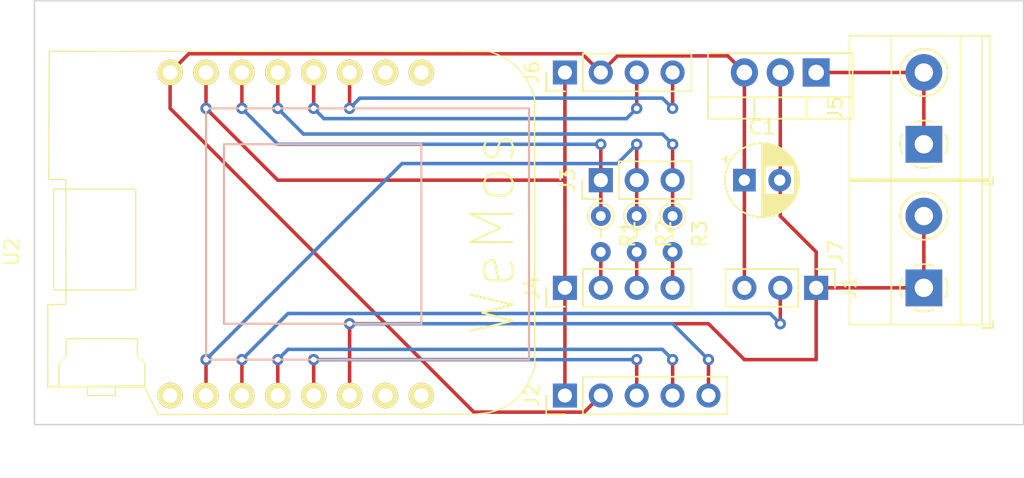
<source format=kicad_pcb>
(kicad_pcb (version 20221018) (generator pcbnew)
  (layers (0 "F.Cu" signal) (31 "B.Cu" signal) (34 "B.Paste" user) (35 "F.Paste" user) (36 "B.SilkS" user "B.Silkscreen") (37 "F.SilkS" user "F.Silkscreen") (38 "B.Mask" user) (39 "F.Mask" user) (44 "Edge.Cuts" user))
  (net 0 "")
  (net 1 "+5V")
  (net 2 "GND")
  (net 3 "DATA")
  (net 4 "SW")
  (net 5 "DT")
  (net 6 "CLK")
  (net 7 "F_A")
  (net 8 "F_H")
  (net 9 "H")
  (net 10 "+12V")
  (net 11 "SDA")
  (net 12 "SLC")
  (net 18 "Net-(J4-Pin_2)")
  (net 19 "Net-(J4-Pin_3)")
  (net 20 "Net-(J4-Pin_4)")
  (footprint "Connector_PinHeader_2.54mm:PinHeader_1x03_P2.54mm_Vertical" (layer "F.Cu") (at 144.78 73.66 -90)
    (fp_text reference "J1" (at 0 -2.33 90) (layer "F.SilkS"))
    (fp_text value "DHT")
    (fp_line (start -1.33 -1.33) (end 0 -1.33) (stroke (width 0.12)) (layer "F.SilkS"))
    (fp_line (start -1.33 0) (end -1.33 -1.33) (stroke (width 0.12)) (layer "F.SilkS"))
    (fp_line (start -1.33 1.27) (end -1.33 6.41) (stroke (width 0.12)) (layer "F.SilkS"))
    (fp_line (start -1.33 1.27) (end 1.33 1.27) (stroke (width 0.12)) (layer "F.SilkS"))
    (fp_line (start -1.33 6.41) (end 1.33 6.41) (stroke (width 0.12)) (layer "F.SilkS"))
    (fp_line (start 1.33 1.27) (end 1.33 6.41) (stroke (width 0.12)) (layer "F.SilkS"))
    (pad "1" thru_hole rect (at 0 0 270) (size 1.7 1.7) (drill 1) (layers "*.Cu" "*.Mask") (net 2 "GND"))
    (pad "2" thru_hole oval (at 0 2.54 270) (size 1.7 1.7) (drill 1) (layers "*.Cu" "*.Mask") (net 3 "DATA"))
    (pad "3" thru_hole oval (at 0 5.08 270) (size 1.7 1.7) (drill 1) (layers "*.Cu" "*.Mask") (net 1 "+5V"))
  )
  (footprint "Resistor_THT:R_Axial_DIN0204_L3.6mm_D1.6mm_P2.54mm_Vertical" (layer "F.Cu") (at 129.54 68.58 -90)
    (fp_text reference "R1" (at 1.27 -1.92 90) (layer "F.SilkS"))
    (fp_text value "100")
    (fp_line (start 0.92 0) (end 1.54 0) (stroke (width 0.12)) (layer "F.SilkS"))
    (fp_circle (center 0 0) (end 0.92 0) (stroke (width 0.12)) (fill none) (layer "F.SilkS"))
    (pad "1" thru_hole circle (at 0 0 270) (size 1.4 1.4) (drill 0.7) (layers "*.Cu" "*.Mask") (net 7 "F_A"))
    (pad "2" thru_hole oval (at 2.54 0 270) (size 1.4 1.4) (drill 0.7) (layers "*.Cu" "*.Mask") (net 18 "Net-(J4-Pin_2)"))
  )
  (footprint "Connector_PinHeader_2.54mm:PinHeader_1x03_P2.54mm_Vertical" (layer "F.Cu") (at 129.54 66.04 90)
    (fp_text reference "J3" (at 0 -2.33 90) (layer "F.SilkS"))
    (fp_text value "MOSFET")
    (fp_line (start -1.33 -1.33) (end 0 -1.33) (stroke (width 0.12)) (layer "F.SilkS"))
    (fp_line (start -1.33 0) (end -1.33 -1.33) (stroke (width 0.12)) (layer "F.SilkS"))
    (fp_line (start -1.33 1.27) (end -1.33 6.41) (stroke (width 0.12)) (layer "F.SilkS"))
    (fp_line (start -1.33 1.27) (end 1.33 1.27) (stroke (width 0.12)) (layer "F.SilkS"))
    (fp_line (start -1.33 6.41) (end 1.33 6.41) (stroke (width 0.12)) (layer "F.SilkS"))
    (fp_line (start 1.33 1.27) (end 1.33 6.41) (stroke (width 0.12)) (layer "F.SilkS"))
    (pad "1" thru_hole rect (at 0 0 90) (size 1.7 1.7) (drill 1) (layers "*.Cu" "*.Mask") (net 7 "F_A"))
    (pad "2" thru_hole oval (at 0 2.54 90) (size 1.7 1.7) (drill 1) (layers "*.Cu" "*.Mask") (net 9 "H"))
    (pad "3" thru_hole oval (at 0 5.08 90) (size 1.7 1.7) (drill 1) (layers "*.Cu" "*.Mask") (net 8 "F_H"))
  )
  (footprint "Connector_PinHeader_2.54mm:PinHeader_1x04_P2.54mm_Vertical" (layer "F.Cu") (at 127 58.42 90)
    (fp_text reference "J6" (at 0 -2.33 90) (layer "F.SilkS"))
    (fp_text value "Display")
    (fp_line (start -1.33 -1.33) (end 0 -1.33) (stroke (width 0.12)) (layer "F.SilkS"))
    (fp_line (start -1.33 0) (end -1.33 -1.33) (stroke (width 0.12)) (layer "F.SilkS"))
    (fp_line (start -1.33 1.27) (end -1.33 8.95) (stroke (width 0.12)) (layer "F.SilkS"))
    (fp_line (start -1.33 1.27) (end 1.33 1.27) (stroke (width 0.12)) (layer "F.SilkS"))
    (fp_line (start -1.33 8.95) (end 1.33 8.95) (stroke (width 0.12)) (layer "F.SilkS"))
    (fp_line (start 1.33 1.27) (end 1.33 8.95) (stroke (width 0.12)) (layer "F.SilkS"))
    (pad "1" thru_hole rect (at 0 0 90) (size 1.7 1.7) (drill 1) (layers "*.Cu" "*.Mask") (net 2 "GND"))
    (pad "2" thru_hole oval (at 0 2.54 90) (size 1.7 1.7) (drill 1) (layers "*.Cu" "*.Mask") (net 1 "+5V"))
    (pad "3" thru_hole oval (at 0 5.08 90) (size 1.7 1.7) (drill 1) (layers "*.Cu" "*.Mask") (net 11 "SDA"))
    (pad "4" thru_hole oval (at 0 7.62 90) (size 1.7 1.7) (drill 1) (layers "*.Cu" "*.Mask") (net 12 "SLC"))
  )
  (footprint "Resistor_THT:R_Axial_DIN0204_L3.6mm_D1.6mm_P2.54mm_Vertical" (layer "F.Cu") (at 132.08 68.58 -90)
    (fp_text reference "R2" (at 1.27 -1.92 90) (layer "F.SilkS"))
    (fp_text value "100")
    (fp_line (start 0.92 0) (end 1.54 0) (stroke (width 0.12)) (layer "F.SilkS"))
    (fp_circle (center 0 0) (end 0.92 0) (stroke (width 0.12)) (fill none) (layer "F.SilkS"))
    (pad "1" thru_hole circle (at 0 0 270) (size 1.4 1.4) (drill 0.7) (layers "*.Cu" "*.Mask") (net 9 "H"))
    (pad "2" thru_hole oval (at 2.54 0 270) (size 1.4 1.4) (drill 0.7) (layers "*.Cu" "*.Mask") (net 19 "Net-(J4-Pin_3)"))
  )
  (footprint "Package_TO_SOT_THT:TO-220-3_Vertical" (layer "F.Cu") (at 144.78 58.42 180)
    (fp_text reference "U1" hide)
    (fp_text value "LM7805_TO220")
    (fp_line (start -2.58 -3.27) (end -2.58 1.371) (stroke (width 0.12)) (layer "F.SilkS"))
    (fp_line (start -2.58 -3.27) (end 7.66 -3.27) (stroke (width 0.12)) (layer "F.SilkS"))
    (fp_line (start -2.58 -1.76) (end 7.66 -1.76) (stroke (width 0.12)) (layer "F.SilkS"))
    (fp_line (start -2.58 1.371) (end 7.66 1.371) (stroke (width 0.12)) (layer "F.SilkS"))
    (fp_line (start 0.69 -3.27) (end 0.69 -1.76) (stroke (width 0.12)) (layer "F.SilkS"))
    (fp_line (start 4.391 -3.27) (end 4.391 -1.76) (stroke (width 0.12)) (layer "F.SilkS"))
    (fp_line (start 7.66 -3.27) (end 7.66 1.371) (stroke (width 0.12)) (layer "F.SilkS"))
    (pad "1" thru_hole rect (at 0 0 180) (size 1.905 2) (drill 1.1) (layers "*.Cu" "*.Mask") (net 10 "+12V"))
    (pad "2" thru_hole oval (at 2.54 0 180) (size 1.905 2) (drill 1.1) (layers "*.Cu" "*.Mask") (net 2 "GND"))
    (pad "3" thru_hole oval (at 5.08 0 180) (size 1.905 2) (drill 1.1) (layers "*.Cu" "*.Mask") (net 1 "+5V"))
  )
  (footprint "Resistor_THT:R_Axial_DIN0204_L3.6mm_D1.6mm_P2.54mm_Vertical" (layer "F.Cu") (at 134.62 68.58 -90)
    (fp_text reference "R3" (at 1.27 -1.92 90) (layer "F.SilkS"))
    (fp_text value "100")
    (fp_line (start 0.92 0) (end 1.54 0) (stroke (width 0.12)) (layer "F.SilkS"))
    (fp_circle (center 0 0) (end 0.92 0) (stroke (width 0.12)) (fill none) (layer "F.SilkS"))
    (pad "1" thru_hole circle (at 0 0 270) (size 1.4 1.4) (drill 0.7) (layers "*.Cu" "*.Mask") (net 8 "F_H"))
    (pad "2" thru_hole oval (at 2.54 0 270) (size 1.4 1.4) (drill 0.7) (layers "*.Cu" "*.Mask") (net 20 "Net-(J4-Pin_4)"))
  )
  (footprint "Connector_PinHeader_2.54mm:PinHeader_1x05_P2.54mm_Vertical" (layer "F.Cu") (at 127 81.28 90)
    (fp_text reference "J2" (at 0 -2.33 90) (layer "F.SilkS"))
    (fp_text value "Rotary Encoder")
    (fp_line (start -1.33 -1.33) (end 0 -1.33) (stroke (width 0.12)) (layer "F.SilkS"))
    (fp_line (start -1.33 0) (end -1.33 -1.33) (stroke (width 0.12)) (layer "F.SilkS"))
    (fp_line (start -1.33 1.27) (end -1.33 11.49) (stroke (width 0.12)) (layer "F.SilkS"))
    (fp_line (start -1.33 1.27) (end 1.33 1.27) (stroke (width 0.12)) (layer "F.SilkS"))
    (fp_line (start -1.33 11.49) (end 1.33 11.49) (stroke (width 0.12)) (layer "F.SilkS"))
    (fp_line (start 1.33 1.27) (end 1.33 11.49) (stroke (width 0.12)) (layer "F.SilkS"))
    (pad "1" thru_hole rect (at 0 0 90) (size 1.7 1.7) (drill 1) (layers "*.Cu" "*.Mask") (net 2 "GND"))
    (pad "2" thru_hole oval (at 0 2.54 90) (size 1.7 1.7) (drill 1) (layers "*.Cu" "*.Mask") (net 1 "+5V"))
    (pad "3" thru_hole oval (at 0 5.08 90) (size 1.7 1.7) (drill 1) (layers "*.Cu" "*.Mask") (net 4 "SW"))
    (pad "4" thru_hole oval (at 0 7.62 90) (size 1.7 1.7) (drill 1) (layers "*.Cu" "*.Mask") (net 5 "DT"))
    (pad "5" thru_hole oval (at 0 10.16 90) (size 1.7 1.7) (drill 1) (layers "*.Cu" "*.Mask") (net 6 "CLK"))
  )
  (footprint "Connector_PinHeader_2.54mm:PinHeader_1x04_P2.54mm_Vertical" (layer "F.Cu") (at 127 73.66 90)
    (fp_text reference "J4" (at 0 -2.33 90) (layer "F.SilkS"))
    (fp_text value "LED")
    (fp_line (start -1.33 -1.33) (end 0 -1.33) (stroke (width 0.12)) (layer "F.SilkS"))
    (fp_line (start -1.33 0) (end -1.33 -1.33) (stroke (width 0.12)) (layer "F.SilkS"))
    (fp_line (start -1.33 1.27) (end -1.33 8.95) (stroke (width 0.12)) (layer "F.SilkS"))
    (fp_line (start -1.33 1.27) (end 1.33 1.27) (stroke (width 0.12)) (layer "F.SilkS"))
    (fp_line (start -1.33 8.95) (end 1.33 8.95) (stroke (width 0.12)) (layer "F.SilkS"))
    (fp_line (start 1.33 1.27) (end 1.33 8.95) (stroke (width 0.12)) (layer "F.SilkS"))
    (pad "1" thru_hole rect (at 0 0 90) (size 1.7 1.7) (drill 1) (layers "*.Cu" "*.Mask") (net 2 "GND"))
    (pad "2" thru_hole oval (at 0 2.54 90) (size 1.7 1.7) (drill 1) (layers "*.Cu" "*.Mask") (net 18 "Net-(J4-Pin_2)"))
    (pad "3" thru_hole oval (at 0 5.08 90) (size 1.7 1.7) (drill 1) (layers "*.Cu" "*.Mask") (net 19 "Net-(J4-Pin_3)"))
    (pad "4" thru_hole oval (at 0 7.62 90) (size 1.7 1.7) (drill 1) (layers "*.Cu" "*.Mask") (net 20 "Net-(J4-Pin_4)"))
  )
  (footprint "TerminalBlock_Phoenix:TerminalBlock_Phoenix_MKDS-1,5-2-5.08_1x02_P5.08mm_Horizontal" (layer "F.Cu") (at 152.4 63.5 90)
    (fp_text reference "J5" (at 2.54 -6.26 90) (layer "F.SilkS"))
    (fp_text value "+12V")
    (fp_line (start -2.84 4.16) (end -2.84 4.9) (stroke (width 0.12)) (layer "F.SilkS"))
    (fp_line (start -2.84 4.9) (end -2.34 4.9) (stroke (width 0.12)) (layer "F.SilkS"))
    (fp_line (start -2.6 -5.261) (end -2.6 4.66) (stroke (width 0.12)) (layer "F.SilkS"))
    (fp_line (start -2.6 -5.261) (end 7.68 -5.261) (stroke (width 0.12)) (layer "F.SilkS"))
    (fp_line (start -2.6 -2.301) (end 7.68 -2.301) (stroke (width 0.12)) (layer "F.SilkS"))
    (fp_line (start -2.6 2.6) (end 7.68 2.6) (stroke (width 0.12)) (layer "F.SilkS"))
    (fp_line (start -2.6 4.1) (end 7.68 4.1) (stroke (width 0.12)) (layer "F.SilkS"))
    (fp_line (start -2.6 4.66) (end 7.68 4.66) (stroke (width 0.12)) (layer "F.SilkS"))
    (fp_line (start 3.853 1.023) (end 3.806 1.069) (stroke (width 0.12)) (layer "F.SilkS"))
    (fp_line (start 4.046 1.239) (end 4.011 1.274) (stroke (width 0.12)) (layer "F.SilkS"))
    (fp_line (start 6.15 -1.275) (end 6.115 -1.239) (stroke (width 0.12)) (layer "F.SilkS"))
    (fp_line (start 6.355 -1.069) (end 6.308 -1.023) (stroke (width 0.12)) (layer "F.SilkS"))
    (fp_line (start 7.68 -5.261) (end 7.68 4.66) (stroke (width 0.12)) (layer "F.SilkS"))
    (fp_arc (start -1.535427 0.683042) (mid -1.680501 -0.000524) (end -1.535 -0.684) (stroke (width 0.12)) (layer "F.SilkS"))
    (fp_arc (start -0.683042 -1.535427) (mid 0.000524 -1.680501) (end 0.684 -1.535) (stroke (width 0.12)) (layer "F.SilkS"))
    (fp_arc (start 0.028805 1.680253) (mid -0.335551 1.646659) (end -0.684 1.535) (stroke (width 0.12)) (layer "F.SilkS"))
    (fp_arc (start 0.683318 1.534756) (mid 0.349292 1.643288) (end 0 1.68) (stroke (width 0.12)) (layer "F.SilkS"))
    (fp_arc (start 1.535427 -0.683042) (mid 1.680501 0.000524) (end 1.535 0.684) (stroke (width 0.12)) (layer "F.SilkS"))
    (fp_circle (center 5.08 0) (end 6.76 0) (stroke (width 0.12)) (fill none) (layer "F.SilkS"))
    (pad "1" thru_hole rect (at 0 0 90) (size 2.6 2.6) (drill 1.3) (layers "*.Cu" "*.Mask") (net 10 "+12V"))
    (pad "2" thru_hole circle (at 5.08 0 90) (size 2.6 2.6) (drill 1.3) (layers "*.Cu" "*.Mask") (net 10 "+12V"))
  )
  (footprint "wemos_d1_mini:D1_mini_board" (layer "F.Cu") (at 106.68 69.85 -90)
    (fp_text reference "U2" (at 1.27 18.81 90) (layer "F.SilkS"))
    (fp_text value "WeMos_mini")
    (fp_text user "WeMos" (at 0 -15.24 90) (layer "F.SilkS") (effects (font (size 3 3))))
    (fp_line (start -8.89 -17.78) (end -8.89 5.08) (stroke (width 0.15)) (layer "B.SilkS"))
    (fp_line (start -8.89 5.08) (end 8.89 5.08) (stroke (width 0.15)) (layer "B.SilkS"))
    (fp_line (start -6.35 -10.16) (end 6.35 -10.16) (stroke (width 0.15)) (layer "B.SilkS"))
    (fp_line (start -6.35 3.81) (end -6.35 -10.16) (stroke (width 0.15)) (layer "B.SilkS"))
    (fp_line (start 6.35 -10.16) (end 6.35 3.81) (stroke (width 0.15)) (layer "B.SilkS"))
    (fp_line (start 6.35 3.81) (end -6.35 3.81) (stroke (width 0.15)) (layer "B.SilkS"))
    (fp_line (start 8.89 -17.78) (end -8.89 -17.78) (stroke (width 0.15)) (layer "B.SilkS"))
    (fp_line (start 8.89 5.08) (end 8.89 -17.78) (stroke (width 0.15)) (layer "B.SilkS"))
    (fp_line (start -12.930193 16.176658) (end -12.916195 -14.993493) (stroke (width 0.1)) (layer "F.SilkS"))
    (fp_line (start -12.916195 -14.993493) (end -12.683384 -15.596286) (stroke (width 0.1)) (layer "F.SilkS"))
    (fp_line (start -12.683384 -15.596286) (end -12.399901 -16.141167) (stroke (width 0.1)) (layer "F.SilkS"))
    (fp_line (start -12.399901 -16.141167) (end -12.065253 -16.627577) (stroke (width 0.1)) (layer "F.SilkS"))
    (fp_line (start -12.065253 -16.627577) (end -11.678953 -17.054952) (stroke (width 0.1)) (layer "F.SilkS"))
    (fp_line (start -11.678953 -17.054952) (end -11.240512 -17.422741) (stroke (width 0.1)) (layer "F.SilkS"))
    (fp_line (start -11.240512 -17.422741) (end -10.74944 -17.730377) (stroke (width 0.1)) (layer "F.SilkS"))
    (fp_line (start -10.74944 -17.730377) (end -10.20525 -17.97731) (stroke (width 0.1)) (layer "F.SilkS"))
    (fp_line (start -10.20525 -17.97731) (end -9.607453 -18.162976) (stroke (width 0.1)) (layer "F.SilkS"))
    (fp_line (start -9.607453 -18.162976) (end 9.43046 -18.191734) (stroke (width 0.1)) (layer "F.SilkS"))
    (fp_line (start -3.851373 15.000483) (end -3.849397 16.202736) (stroke (width 0.1)) (layer "F.SilkS"))
    (fp_line (start -3.849397 16.202736) (end -12.930193 16.176658) (stroke (width 0.1)) (layer "F.SilkS"))
    (fp_line (start -3.17965 10.051451) (end 3.959931 10.051451) (stroke (width 0.1)) (layer "F.SilkS"))
    (fp_line (start -3.17965 15.865188) (end -3.17965 10.051451) (stroke (width 0.1)) (layer "F.SilkS"))
    (fp_line (start 3.959931 10.051451) (end 3.959931 15.865188) (stroke (width 0.1)) (layer "F.SilkS"))
    (fp_line (start 3.959931 15.865188) (end -3.17965 15.865188) (stroke (width 0.1)) (layer "F.SilkS"))
    (fp_line (start 4.979849 14.993795) (end -3.851373 15.000483) (stroke (width 0.1)) (layer "F.SilkS"))
    (fp_line (start 5.00618 16.277228) (end 4.979849 14.993795) (stroke (width 0.1)) (layer "F.SilkS"))
    (fp_line (start 7.40985 9.931515) (end 7.40985 14.993876) (stroke (width 0.1)) (layer "F.SilkS"))
    (fp_line (start 7.40985 14.993876) (end 8.697489 14.993876) (stroke (width 0.1)) (layer "F.SilkS"))
    (fp_line (start 8.662211 9.931515) (end 7.40985 9.931515) (stroke (width 0.1)) (layer "F.SilkS"))
    (fp_line (start 8.697489 14.993876) (end 9.226656 15.487765) (stroke (width 0.1)) (layer "F.SilkS"))
    (fp_line (start 9.191378 9.402349) (end 8.662211 9.931515) (stroke (width 0.1)) (layer "F.SilkS"))
    (fp_line (start 9.226656 15.487765) (end 10.796517 15.487765) (stroke (width 0.1)) (layer "F.SilkS"))
    (fp_line (start 9.43046 -18.191734) (end 10.049824 -17.957741) (stroke (width 0.1)) (layer "F.SilkS"))
    (fp_line (start 10.049824 -17.957741) (end 10.638018 -17.673258) (stroke (width 0.1)) (layer "F.SilkS"))
    (fp_line (start 10.638018 -17.673258) (end 11.181445 -17.323743) (stroke (width 0.1)) (layer "F.SilkS"))
    (fp_line (start 10.7436 9.402349) (end 9.191378 9.402349) (stroke (width 0.1)) (layer "F.SilkS"))
    (fp_line (start 10.778878 11.483738) (end 11.431517 11.483738) (stroke (width 0.1)) (layer "F.SilkS"))
    (fp_line (start 10.796517 15.487765) (end 10.7436 9.402349) (stroke (width 0.1)) (layer "F.SilkS"))
    (fp_line (start 10.817472 16.277228) (end 5.00618 16.277228) (stroke (width 0.1)) (layer "F.SilkS"))
    (fp_line (start 10.83248 9.424181) (end 10.802686 16.232524) (stroke (width 0.1)) (layer "F.SilkS"))
    (fp_line (start 11.181445 -17.323743) (end 11.666503 -16.894658) (stroke (width 0.1)) (layer "F.SilkS"))
    (fp_line (start 11.431517 11.483738) (end 11.431517 13.476932) (stroke (width 0.1)) (layer "F.SilkS"))
    (fp_line (start 11.431517 13.476932) (end 10.814156 13.476932) (stroke (width 0.1)) (layer "F.SilkS"))
    (fp_line (start 11.666503 -16.894658) (end 12.079595 -16.37146) (stroke (width 0.1)) (layer "F.SilkS"))
    (fp_line (start 12.079595 -16.37146) (end 12.407122 -15.739613) (stroke (width 0.1)) (layer "F.SilkS"))
    (fp_line (start 12.407122 -15.739613) (end 12.635482 -14.984575) (stroke (width 0.1)) (layer "F.SilkS"))
    (fp_line (start 12.635482 -14.984575) (end 12.751078 -14.091807) (stroke (width 0.1)) (layer "F.SilkS"))
    (fp_line (start 12.751078 -14.091807) (end 12.776026 8.463285) (stroke (width 0.1)) (layer "F.SilkS"))
    (fp_line (start 12.776026 8.463285) (end 10.83248 9.424181) (stroke (width 0.1)) (layer "F.SilkS"))
    (pad "1" thru_hole circle (at -11.43 7.62 270) (size 1.8 1.8) (drill 1.016) (layers "*.Cu" "*.Mask" "F.SilkS") (net 1 "+5V"))
    (pad "2" thru_hole circle (at -11.43 5.08 270) (size 1.8 1.8) (drill 1.016) (layers "*.Cu" "*.Mask" "F.SilkS") (net 2 "GND"))
    (pad "3" thru_hole circle (at -11.43 2.54 270) (size 1.8 1.8) (drill 1.016) (layers "*.Cu" "*.Mask" "F.SilkS") (net 7 "F_A"))
    (pad "4" thru_hole circle (at -11.43 0 270) (size 1.8 1.8) (drill 1.016) (layers "*.Cu" "*.Mask" "F.SilkS") (net 8 "F_H"))
    (pad "5" thru_hole circle (at -11.43 -2.54 270) (size 1.8 1.8) (drill 1.016) (layers "*.Cu" "*.Mask" "F.SilkS") (net 11 "SDA"))
    (pad "6" thru_hole circle (at -11.43 -5.08 270) (size 1.8 1.8) (drill 1.016) (layers "*.Cu" "*.Mask" "F.SilkS") (net 12 "SLC"))
    (pad "7" thru_hole circle (at -11.43 -7.62 270) (size 1.8 1.8) (drill 1.016) (layers "*.Cu" "*.Mask" "F.SilkS"))
    (pad "8" thru_hole circle (at -11.43 -10.16 270) (size 1.8 1.8) (drill 1.016) (layers "*.Cu" "*.Mask" "F.SilkS"))
    (pad "9" thru_hole circle (at 11.43 -10.16 270) (size 1.8 1.8) (drill 1.016) (layers "*.Cu" "*.Mask" "F.SilkS"))
    (pad "10" thru_hole circle (at 11.43 -7.62 270) (size 1.8 1.8) (drill 1.016) (layers "*.Cu" "*.Mask" "F.SilkS"))
    (pad "11" thru_hole circle (at 11.43 -5.08 270) (size 1.8 1.8) (drill 1.016) (layers "*.Cu" "*.Mask" "F.SilkS") (net 6 "CLK"))
    (pad "12" thru_hole circle (at 11.43 -2.54 270) (size 1.8 1.8) (drill 1.016) (layers "*.Cu" "*.Mask" "F.SilkS") (net 4 "SW"))
    (pad "13" thru_hole circle (at 11.43 0 270) (size 1.8 1.8) (drill 1.016) (layers "*.Cu" "*.Mask" "F.SilkS") (net 5 "DT"))
    (pad "14" thru_hole circle (at 11.43 2.54 270) (size 1.8 1.8) (drill 1.016) (layers "*.Cu" "*.Mask" "F.SilkS") (net 3 "DATA"))
    (pad "15" thru_hole circle (at 11.43 5.08 270) (size 1.8 1.8) (drill 1.016) (layers "*.Cu" "*.Mask" "F.SilkS") (net 9 "H"))
    (pad "16" thru_hole circle (at 11.43 7.62 270) (size 1.8 1.8) (drill 1.016) (layers "*.Cu" "*.Mask" "F.SilkS"))
  )
  (footprint "TerminalBlock_Phoenix:TerminalBlock_Phoenix_MKDS-1,5-2-5.08_1x02_P5.08mm_Horizontal" (layer "F.Cu") (at 152.4 73.66 90)
    (fp_text reference "J7" (at 2.54 -6.26 90) (layer "F.SilkS"))
    (fp_text value "GND")
    (fp_line (start -2.84 4.16) (end -2.84 4.9) (stroke (width 0.12)) (layer "F.SilkS"))
    (fp_line (start -2.84 4.9) (end -2.34 4.9) (stroke (width 0.12)) (layer "F.SilkS"))
    (fp_line (start -2.6 -5.261) (end -2.6 4.66) (stroke (width 0.12)) (layer "F.SilkS"))
    (fp_line (start -2.6 -5.261) (end 7.68 -5.261) (stroke (width 0.12)) (layer "F.SilkS"))
    (fp_line (start -2.6 -2.301) (end 7.68 -2.301) (stroke (width 0.12)) (layer "F.SilkS"))
    (fp_line (start -2.6 2.6) (end 7.68 2.6) (stroke (width 0.12)) (layer "F.SilkS"))
    (fp_line (start -2.6 4.1) (end 7.68 4.1) (stroke (width 0.12)) (layer "F.SilkS"))
    (fp_line (start -2.6 4.66) (end 7.68 4.66) (stroke (width 0.12)) (layer "F.SilkS"))
    (fp_line (start 3.853 1.023) (end 3.806 1.069) (stroke (width 0.12)) (layer "F.SilkS"))
    (fp_line (start 4.046 1.239) (end 4.011 1.274) (stroke (width 0.12)) (layer "F.SilkS"))
    (fp_line (start 6.15 -1.275) (end 6.115 -1.239) (stroke (width 0.12)) (layer "F.SilkS"))
    (fp_line (start 6.355 -1.069) (end 6.308 -1.023) (stroke (width 0.12)) (layer "F.SilkS"))
    (fp_line (start 7.68 -5.261) (end 7.68 4.66) (stroke (width 0.12)) (layer "F.SilkS"))
    (fp_arc (start -1.535427 0.683042) (mid -1.680501 -0.000524) (end -1.535 -0.684) (stroke (width 0.12)) (layer "F.SilkS"))
    (fp_arc (start -0.683042 -1.535427) (mid 0.000524 -1.680501) (end 0.684 -1.535) (stroke (width 0.12)) (layer "F.SilkS"))
    (fp_arc (start 0.028805 1.680253) (mid -0.335551 1.646659) (end -0.684 1.535) (stroke (width 0.12)) (layer "F.SilkS"))
    (fp_arc (start 0.683318 1.534756) (mid 0.349292 1.643288) (end 0 1.68) (stroke (width 0.12)) (layer "F.SilkS"))
    (fp_arc (start 1.535427 -0.683042) (mid 1.680501 0.000524) (end 1.535 0.684) (stroke (width 0.12)) (layer "F.SilkS"))
    (fp_circle (center 5.08 0) (end 6.76 0) (stroke (width 0.12)) (fill none) (layer "F.SilkS"))
    (pad "1" thru_hole rect (at 0 0 90) (size 2.6 2.6) (drill 1.3) (layers "*.Cu" "*.Mask") (net 2 "GND"))
    (pad "2" thru_hole circle (at 5.08 0 90) (size 2.6 2.6) (drill 1.3) (layers "*.Cu" "*.Mask") (net 2 "GND"))
  )
  (footprint "Capacitor_THT:CP_Radial_D5.0mm_P2.50mm" (layer "F.Cu") (at 139.7 66.04)
    (fp_text reference "C1" (at 1.25 -3.75) (layer "F.SilkS"))
    (fp_text value "C_Polarized")
    (fp_line (start -1.554775 -1.475) (end -1.054775 -1.475) (stroke (width 0.12)) (layer "F.SilkS"))
    (fp_line (start -1.304775 -1.725) (end -1.304775 -1.225) (stroke (width 0.12)) (layer "F.SilkS"))
    (fp_line (start 1.25 -2.58) (end 1.25 2.58) (stroke (width 0.12)) (layer "F.SilkS"))
    (fp_line (start 1.29 -2.58) (end 1.29 2.58) (stroke (width 0.12)) (layer "F.SilkS"))
    (fp_line (start 1.33 -2.579) (end 1.33 2.579) (stroke (width 0.12)) (layer "F.SilkS"))
    (fp_line (start 1.37 -2.578) (end 1.37 2.578) (stroke (width 0.12)) (layer "F.SilkS"))
    (fp_line (start 1.41 -2.576) (end 1.41 2.576) (stroke (width 0.12)) (layer "F.SilkS"))
    (fp_line (start 1.45 -2.573) (end 1.45 2.573) (stroke (width 0.12)) (layer "F.SilkS"))
    (fp_line (start 1.49 -2.569) (end 1.49 -1.04) (stroke (width 0.12)) (layer "F.SilkS"))
    (fp_line (start 1.49 1.04) (end 1.49 2.569) (stroke (width 0.12)) (layer "F.SilkS"))
    (fp_line (start 1.53 -2.565) (end 1.53 -1.04) (stroke (width 0.12)) (layer "F.SilkS"))
    (fp_line (start 1.53 1.04) (end 1.53 2.565) (stroke (width 0.12)) (layer "F.SilkS"))
    (fp_line (start 1.57 -2.561) (end 1.57 -1.04) (stroke (width 0.12)) (layer "F.SilkS"))
    (fp_line (start 1.57 1.04) (end 1.57 2.561) (stroke (width 0.12)) (layer "F.SilkS"))
    (fp_line (start 1.61 -2.556) (end 1.61 -1.04) (stroke (width 0.12)) (layer "F.SilkS"))
    (fp_line (start 1.61 1.04) (end 1.61 2.556) (stroke (width 0.12)) (layer "F.SilkS"))
    (fp_line (start 1.65 -2.55) (end 1.65 -1.04) (stroke (width 0.12)) (layer "F.SilkS"))
    (fp_line (start 1.65 1.04) (end 1.65 2.55) (stroke (width 0.12)) (layer "F.SilkS"))
    (fp_line (start 1.69 -2.543) (end 1.69 -1.04) (stroke (width 0.12)) (layer "F.SilkS"))
    (fp_line (start 1.69 1.04) (end 1.69 2.543) (stroke (width 0.12)) (layer "F.SilkS"))
    (fp_line (start 1.73 -2.536) (end 1.73 -1.04) (stroke (width 0.12)) (layer "F.SilkS"))
    (fp_line (start 1.73 1.04) (end 1.73 2.536) (stroke (width 0.12)) (layer "F.SilkS"))
    (fp_line (start 1.77 -2.528) (end 1.77 -1.04) (stroke (width 0.12)) (layer "F.SilkS"))
    (fp_line (start 1.77 1.04) (end 1.77 2.528) (stroke (width 0.12)) (layer "F.SilkS"))
    (fp_line (start 1.81 -2.52) (end 1.81 -1.04) (stroke (width 0.12)) (layer "F.SilkS"))
    (fp_line (start 1.81 1.04) (end 1.81 2.52) (stroke (width 0.12)) (layer "F.SilkS"))
    (fp_line (start 1.85 -2.511) (end 1.85 -1.04) (stroke (width 0.12)) (layer "F.SilkS"))
    (fp_line (start 1.85 1.04) (end 1.85 2.511) (stroke (width 0.12)) (layer "F.SilkS"))
    (fp_line (start 1.89 -2.501) (end 1.89 -1.04) (stroke (width 0.12)) (layer "F.SilkS"))
    (fp_line (start 1.89 1.04) (end 1.89 2.501) (stroke (width 0.12)) (layer "F.SilkS"))
    (fp_line (start 1.93 -2.491) (end 1.93 -1.04) (stroke (width 0.12)) (layer "F.SilkS"))
    (fp_line (start 1.93 1.04) (end 1.93 2.491) (stroke (width 0.12)) (layer "F.SilkS"))
    (fp_line (start 1.971 -2.48) (end 1.971 -1.04) (stroke (width 0.12)) (layer "F.SilkS"))
    (fp_line (start 1.971 1.04) (end 1.971 2.48) (stroke (width 0.12)) (layer "F.SilkS"))
    (fp_line (start 2.011 -2.468) (end 2.011 -1.04) (stroke (width 0.12)) (layer "F.SilkS"))
    (fp_line (start 2.011 1.04) (end 2.011 2.468) (stroke (width 0.12)) (layer "F.SilkS"))
    (fp_line (start 2.051 -2.455) (end 2.051 -1.04) (stroke (width 0.12)) (layer "F.SilkS"))
    (fp_line (start 2.051 1.04) (end 2.051 2.455) (stroke (width 0.12)) (layer "F.SilkS"))
    (fp_line (start 2.091 -2.442) (end 2.091 -1.04) (stroke (width 0.12)) (layer "F.SilkS"))
    (fp_line (start 2.091 1.04) (end 2.091 2.442) (stroke (width 0.12)) (layer "F.SilkS"))
    (fp_line (start 2.131 -2.428) (end 2.131 -1.04) (stroke (width 0.12)) (layer "F.SilkS"))
    (fp_line (start 2.131 1.04) (end 2.131 2.428) (stroke (width 0.12)) (layer "F.SilkS"))
    (fp_line (start 2.171 -2.414) (end 2.171 -1.04) (stroke (width 0.12)) (layer "F.SilkS"))
    (fp_line (start 2.171 1.04) (end 2.171 2.414) (stroke (width 0.12)) (layer "F.SilkS"))
    (fp_line (start 2.211 -2.398) (end 2.211 -1.04) (stroke (width 0.12)) (layer "F.SilkS"))
    (fp_line (start 2.211 1.04) (end 2.211 2.398) (stroke (width 0.12)) (layer "F.SilkS"))
    (fp_line (start 2.251 -2.382) (end 2.251 -1.04) (stroke (width 0.12)) (layer "F.SilkS"))
    (fp_line (start 2.251 1.04) (end 2.251 2.382) (stroke (width 0.12)) (layer "F.SilkS"))
    (fp_line (start 2.291 -2.365) (end 2.291 -1.04) (stroke (width 0.12)) (layer "F.SilkS"))
    (fp_line (start 2.291 1.04) (end 2.291 2.365) (stroke (width 0.12)) (layer "F.SilkS"))
    (fp_line (start 2.331 -2.348) (end 2.331 -1.04) (stroke (width 0.12)) (layer "F.SilkS"))
    (fp_line (start 2.331 1.04) (end 2.331 2.348) (stroke (width 0.12)) (layer "F.SilkS"))
    (fp_line (start 2.371 -2.329) (end 2.371 -1.04) (stroke (width 0.12)) (layer "F.SilkS"))
    (fp_line (start 2.371 1.04) (end 2.371 2.329) (stroke (width 0.12)) (layer "F.SilkS"))
    (fp_line (start 2.411 -2.31) (end 2.411 -1.04) (stroke (width 0.12)) (layer "F.SilkS"))
    (fp_line (start 2.411 1.04) (end 2.411 2.31) (stroke (width 0.12)) (layer "F.SilkS"))
    (fp_line (start 2.451 -2.29) (end 2.451 -1.04) (stroke (width 0.12)) (layer "F.SilkS"))
    (fp_line (start 2.451 1.04) (end 2.451 2.29) (stroke (width 0.12)) (layer "F.SilkS"))
    (fp_line (start 2.491 -2.268) (end 2.491 -1.04) (stroke (width 0.12)) (layer "F.SilkS"))
    (fp_line (start 2.491 1.04) (end 2.491 2.268) (stroke (width 0.12)) (layer "F.SilkS"))
    (fp_line (start 2.531 -2.247) (end 2.531 -1.04) (stroke (width 0.12)) (layer "F.SilkS"))
    (fp_line (start 2.531 1.04) (end 2.531 2.247) (stroke (width 0.12)) (layer "F.SilkS"))
    (fp_line (start 2.571 -2.224) (end 2.571 -1.04) (stroke (width 0.12)) (layer "F.SilkS"))
    (fp_line (start 2.571 1.04) (end 2.571 2.224) (stroke (width 0.12)) (layer "F.SilkS"))
    (fp_line (start 2.611 -2.2) (end 2.611 -1.04) (stroke (width 0.12)) (layer "F.SilkS"))
    (fp_line (start 2.611 1.04) (end 2.611 2.2) (stroke (width 0.12)) (layer "F.SilkS"))
    (fp_line (start 2.651 -2.175) (end 2.651 -1.04) (stroke (width 0.12)) (layer "F.SilkS"))
    (fp_line (start 2.651 1.04) (end 2.651 2.175) (stroke (width 0.12)) (layer "F.SilkS"))
    (fp_line (start 2.691 -2.149) (end 2.691 -1.04) (stroke (width 0.12)) (layer "F.SilkS"))
    (fp_line (start 2.691 1.04) (end 2.691 2.149) (stroke (width 0.12)) (layer "F.SilkS"))
    (fp_line (start 2.731 -2.122) (end 2.731 -1.04) (stroke (width 0.12)) (layer "F.SilkS"))
    (fp_line (start 2.731 1.04) (end 2.731 2.122) (stroke (width 0.12)) (layer "F.SilkS"))
    (fp_line (start 2.771 -2.095) (end 2.771 -1.04) (stroke (width 0.12)) (layer "F.SilkS"))
    (fp_line (start 2.771 1.04) (end 2.771 2.095) (stroke (width 0.12)) (layer "F.SilkS"))
    (fp_line (start 2.811 -2.065) (end 2.811 -1.04) (stroke (width 0.12)) (layer "F.SilkS"))
    (fp_line (start 2.811 1.04) (end 2.811 2.065) (stroke (width 0.12)) (layer "F.SilkS"))
    (fp_line (start 2.851 -2.035) (end 2.851 -1.04) (stroke (width 0.12)) (layer "F.SilkS"))
    (fp_line (start 2.851 1.04) (end 2.851 2.035) (stroke (width 0.12)) (layer "F.SilkS"))
    (fp_line (start 2.891 -2.004) (end 2.891 -1.04) (stroke (width 0.12)) (layer "F.SilkS"))
    (fp_line (start 2.891 1.04) (end 2.891 2.004) (stroke (width 0.12)) (layer "F.SilkS"))
    (fp_line (start 2.931 -1.971) (end 2.931 -1.04) (stroke (width 0.12)) (layer "F.SilkS"))
    (fp_line (start 2.931 1.04) (end 2.931 1.971) (stroke (width 0.12)) (layer "F.SilkS"))
    (fp_line (start 2.971 -1.937) (end 2.971 -1.04) (stroke (width 0.12)) (layer "F.SilkS"))
    (fp_line (start 2.971 1.04) (end 2.971 1.937) (stroke (width 0.12)) (layer "F.SilkS"))
    (fp_line (start 3.011 -1.901) (end 3.011 -1.04) (stroke (width 0.12)) (layer "F.SilkS"))
    (fp_line (start 3.011 1.04) (end 3.011 1.901) (stroke (width 0.12)) (layer "F.SilkS"))
    (fp_line (start 3.051 -1.864) (end 3.051 -1.04) (stroke (width 0.12)) (layer "F.SilkS"))
    (fp_line (start 3.051 1.04) (end 3.051 1.864) (stroke (width 0.12)) (layer "F.SilkS"))
    (fp_line (start 3.091 -1.826) (end 3.091 -1.04) (stroke (width 0.12)) (layer "F.SilkS"))
    (fp_line (start 3.091 1.04) (end 3.091 1.826) (stroke (width 0.12)) (layer "F.SilkS"))
    (fp_line (start 3.131 -1.785) (end 3.131 -1.04) (stroke (width 0.12)) (layer "F.SilkS"))
    (fp_line (start 3.131 1.04) (end 3.131 1.785) (stroke (width 0.12)) (layer "F.SilkS"))
    (fp_line (start 3.171 -1.743) (end 3.171 -1.04) (stroke (width 0.12)) (layer "F.SilkS"))
    (fp_line (start 3.171 1.04) (end 3.171 1.743) (stroke (width 0.12)) (layer "F.SilkS"))
    (fp_line (start 3.211 -1.699) (end 3.211 -1.04) (stroke (width 0.12)) (layer "F.SilkS"))
    (fp_line (start 3.211 1.04) (end 3.211 1.699) (stroke (width 0.12)) (layer "F.SilkS"))
    (fp_line (start 3.251 -1.653) (end 3.251 -1.04) (stroke (width 0.12)) (layer "F.SilkS"))
    (fp_line (start 3.251 1.04) (end 3.251 1.653) (stroke (width 0.12)) (layer "F.SilkS"))
    (fp_line (start 3.291 -1.605) (end 3.291 -1.04) (stroke (width 0.12)) (layer "F.SilkS"))
    (fp_line (start 3.291 1.04) (end 3.291 1.605) (stroke (width 0.12)) (layer "F.SilkS"))
    (fp_line (start 3.331 -1.554) (end 3.331 -1.04) (stroke (width 0.12)) (layer "F.SilkS"))
    (fp_line (start 3.331 1.04) (end 3.331 1.554) (stroke (width 0.12)) (layer "F.SilkS"))
    (fp_line (start 3.371 -1.5) (end 3.371 -1.04) (stroke (width 0.12)) (layer "F.SilkS"))
    (fp_line (start 3.371 1.04) (end 3.371 1.5) (stroke (width 0.12)) (layer "F.SilkS"))
    (fp_line (start 3.411 -1.443) (end 3.411 -1.04) (stroke (width 0.12)) (layer "F.SilkS"))
    (fp_line (start 3.411 1.04) (end 3.411 1.443) (stroke (width 0.12)) (layer "F.SilkS"))
    (fp_line (start 3.451 -1.383) (end 3.451 -1.04) (stroke (width 0.12)) (layer "F.SilkS"))
    (fp_line (start 3.451 1.04) (end 3.451 1.383) (stroke (width 0.12)) (layer "F.SilkS"))
    (fp_line (start 3.491 -1.319) (end 3.491 -1.04) (stroke (width 0.12)) (layer "F.SilkS"))
    (fp_line (start 3.491 1.04) (end 3.491 1.319) (stroke (width 0.12)) (layer "F.SilkS"))
    (fp_line (start 3.531 -1.251) (end 3.531 -1.04) (stroke (width 0.12)) (layer "F.SilkS"))
    (fp_line (start 3.531 1.04) (end 3.531 1.251) (stroke (width 0.12)) (layer "F.SilkS"))
    (fp_line (start 3.571 -1.178) (end 3.571 1.178) (stroke (width 0.12)) (layer "F.SilkS"))
    (fp_line (start 3.611 -1.098) (end 3.611 1.098) (stroke (width 0.12)) (layer "F.SilkS"))
    (fp_line (start 3.651 -1.011) (end 3.651 1.011) (stroke (width 0.12)) (layer "F.SilkS"))
    (fp_line (start 3.691 -0.915) (end 3.691 0.915) (stroke (width 0.12)) (layer "F.SilkS"))
    (fp_line (start 3.731 -0.805) (end 3.731 0.805) (stroke (width 0.12)) (layer "F.SilkS"))
    (fp_line (start 3.771 -0.677) (end 3.771 0.677) (stroke (width 0.12)) (layer "F.SilkS"))
    (fp_line (start 3.811 -0.518) (end 3.811 0.518) (stroke (width 0.12)) (layer "F.SilkS"))
    (fp_line (start 3.851 -0.284) (end 3.851 0.284) (stroke (width 0.12)) (layer "F.SilkS"))
    (fp_circle (center 1.25 0) (end 3.87 0) (stroke (width 0.12)) (fill none) (layer "F.SilkS"))
    (pad "1" thru_hole rect (at 0 0) (size 1.6 1.6) (drill 0.8) (layers "*.Cu" "*.Mask") (net 1 "+5V"))
    (pad "2" thru_hole circle (at 2.5 0) (size 1.6 1.6) (drill 0.8) (layers "*.Cu" "*.Mask") (net 2 "GND"))
  )
  (gr_rect (start 89.46 53.34) (end 159.46 83.34) (stroke (width 0.1)) (fill none) (layer "Edge.Cuts"))
  (segment (start 100.385 57.095) (end 99.06 58.42) (width 0.25) (layer "F.Cu") (net 1))
  (segment (start 129.54 58.42) (end 128.215 57.095) (width 0.25) (layer "F.Cu") (net 1))
  (segment (start 139.7 66.04) (end 139.7 73.66) (width 0.25) (layer "F.Cu") (net 1))
  (segment (start 138.525 57.245) (end 130.715 57.245) (width 0.25) (layer "F.Cu") (net 1))
  (segment (start 128.215 57.095) (end 100.385 57.095) (width 0.25) (layer "F.Cu") (net 1))
  (segment (start 99.06 58.42) (end 99.06 60.96) (width 0.25) (layer "F.Cu") (net 1))
  (segment (start 120.555 82.455) (end 128.365 82.455) (width 0.25) (layer "F.Cu") (net 1))
  (segment (start 99.06 60.96) (end 120.555 82.455) (width 0.25) (layer "F.Cu") (net 1))
  (segment (start 128.365 82.455) (end 129.54 81.28) (width 0.25) (layer "F.Cu") (net 1))
  (segment (start 139.7 58.42) (end 138.525 57.245) (width 0.25) (layer "F.Cu") (net 1))
  (segment (start 129.54 58.42) (end 130.715 57.245) (width 0.25) (layer "F.Cu") (net 1))
  (segment (start 139.7 58.42) (end 139.7 66.04) (width 0.25) (layer "F.Cu") (net 1))
  (segment (start 137.16 76.2) (end 139.7 78.74) (width 0.25) (layer "F.Cu") (net 2))
  (segment (start 127 60.96) (end 127 66.04) (width 0.25) (layer "F.Cu") (net 2))
  (segment (start 127 60.96) (end 127 58.42) (width 0.25) (layer "F.Cu") (net 2))
  (segment (start 106.68 66.04) (end 127 66.04) (width 0.25) (layer "F.Cu") (net 2))
  (segment (start 139.7 78.74) (end 144.78 78.74) (width 0.25) (layer "F.Cu") (net 2))
  (segment (start 142.24 66.04) (end 142.24 68.58) (width 0.25) (layer "F.Cu") (net 2))
  (segment (start 127 66.04) (end 127 76.2) (width 0.25) (layer "F.Cu") (net 2))
  (segment (start 137.16 76.2) (end 127 76.2) (width 0.25) (layer "F.Cu") (net 2))
  (segment (start 152.4 73.66) (end 152.4 68.58) (width 0.25) (layer "F.Cu") (net 2))
  (segment (start 144.78 71.12) (end 144.78 73.66) (width 0.25) (layer "F.Cu") (net 2))
  (segment (start 144.78 73.66) (end 152.4 73.66) (width 0.25) (layer "F.Cu") (net 2))
  (segment (start 142.24 58.42) (end 142.24 66) (width 0.25) (layer "F.Cu") (net 2))
  (segment (start 144.78 78.74) (end 144.78 73.66) (width 0.25) (layer "F.Cu") (net 2))
  (segment (start 101.6 58.42) (end 101.6 60.96) (width 0.25) (layer "F.Cu") (net 2))
  (segment (start 144.78 71.12) (end 142.24 68.58) (width 0.25) (layer "F.Cu") (net 2))
  (segment (start 101.6 60.96) (end 106.68 66.04) (width 0.25) (layer "F.Cu") (net 2))
  (segment (start 127 76.2) (end 127 81.28) (width 0.25) (layer "F.Cu") (net 2))
  (via (at 101.6 60.96) (size 0.8) (drill 0.4) (layers "F.Cu" "B.Cu") (net 2))
  (segment (start 104.14 81.28) (end 104.14 78.74) (width 0.25) (layer "F.Cu") (net 3))
  (segment (start 142.24 73.66) (end 142.24 76.2) (width 0.25) (layer "F.Cu") (net 3))
  (via (at 104.14 78.74) (size 0.8) (drill 0.4) (layers "F.Cu" "B.Cu") (net 3))
  (via (at 142.24 76.2) (size 0.8) (drill 0.4) (layers "F.Cu" "B.Cu") (net 3))
  (segment (start 104.14 78.74) (end 107.405 75.475) (width 0.25) (layer "B.Cu") (net 3))
  (segment (start 141.515 75.475) (end 142.24 76.2) (width 0.25) (layer "B.Cu") (net 3))
  (segment (start 107.405 75.475) (end 141.515 75.475) (width 0.25) (layer "B.Cu") (net 3))
  (segment (start 109.22 81.28) (end 109.22 78.74) (width 0.25) (layer "F.Cu") (net 4))
  (segment (start 132.08 81.28) (end 132.08 78.74) (width 0.25) (layer "F.Cu") (net 4))
  (via (at 109.22 78.74) (size 0.8) (drill 0.4) (layers "F.Cu" "B.Cu") (net 4))
  (via (at 132.08 78.74) (size 0.8) (drill 0.4) (layers "F.Cu" "B.Cu") (net 4))
  (segment (start 132.08 78.74) (end 109.22 78.74) (width 0.25) (layer "B.Cu") (net 4))
  (segment (start 134.62 81.28) (end 134.62 78.74) (width 0.25) (layer "F.Cu") (net 5))
  (segment (start 106.68 81.28) (end 106.68 78.74) (width 0.25) (layer "F.Cu") (net 5))
  (via (at 134.62 78.74) (size 0.8) (drill 0.4) (layers "F.Cu" "B.Cu") (net 5))
  (via (at 106.68 78.74) (size 0.8) (drill 0.4) (layers "F.Cu" "B.Cu") (net 5))
  (segment (start 134.62 78.74) (end 133.895 78.015) (width 0.25) (layer "B.Cu") (net 5))
  (segment (start 133.895 78.015) (end 107.405 78.015) (width 0.25) (layer "B.Cu") (net 5))
  (segment (start 107.405 78.015) (end 106.68 78.74) (width 0.25) (layer "B.Cu") (net 5))
  (segment (start 111.76 81.28) (end 111.76 76.2) (width 0.25) (layer "F.Cu") (net 6))
  (segment (start 137.16 81.28) (end 137.16 78.74) (width 0.25) (layer "F.Cu") (net 6))
  (via (at 111.76 76.2) (size 0.8) (drill 0.4) (layers "F.Cu" "B.Cu") (net 6))
  (via (at 137.16 78.74) (size 0.8) (drill 0.4) (layers "F.Cu" "B.Cu") (net 6))
  (segment (start 134.62 76.2) (end 111.76 76.2) (width 0.25) (layer "B.Cu") (net 6))
  (segment (start 137.16 78.74) (end 134.62 76.2) (width 0.25) (layer "B.Cu") (net 6))
  (segment (start 129.54 66.04) (end 129.54 63.5) (width 0.25) (layer "F.Cu") (net 7))
  (segment (start 104.14 58.42) (end 104.14 60.96) (width 0.25) (layer "F.Cu") (net 7))
  (segment (start 129.54 66.04) (end 129.54 68.58) (width 0.25) (layer "F.Cu") (net 7))
  (via (at 129.54 63.5) (size 0.8) (drill 0.4) (layers "F.Cu" "B.Cu") (net 7))
  (via (at 104.14 60.96) (size 0.8) (drill 0.4) (layers "F.Cu" "B.Cu") (net 7))
  (segment (start 104.14 60.96) (end 106.68 63.5) (width 0.25) (layer "B.Cu") (net 7))
  (segment (start 106.68 63.5) (end 129.54 63.5) (width 0.25) (layer "B.Cu") (net 7))
  (segment (start 134.62 66.04) (end 134.62 63.5) (width 0.25) (layer "F.Cu") (net 8))
  (segment (start 106.68 60.96) (end 106.68 58.42) (width 0.25) (layer "F.Cu") (net 8))
  (segment (start 134.62 66.04) (end 134.62 68.58) (width 0.25) (layer "F.Cu") (net 8))
  (via (at 106.68 60.96) (size 0.8) (drill 0.4) (layers "F.Cu" "B.Cu") (net 8))
  (via (at 134.62 63.5) (size 0.8) (drill 0.4) (layers "F.Cu" "B.Cu") (net 8))
  (segment (start 134.62 63.5) (end 133.895 62.775) (width 0.25) (layer "B.Cu") (net 8))
  (segment (start 106.68 60.96) (end 108.495 62.775) (width 0.25) (layer "B.Cu") (net 8))
  (segment (start 108.495 62.775) (end 133.895 62.775) (width 0.25) (layer "B.Cu") (net 8))
  (segment (start 132.08 66.04) (end 132.08 68.58) (width 0.25) (layer "F.Cu") (net 9))
  (segment (start 132.08 66.04) (end 132.08 63.5) (width 0.25) (layer "F.Cu") (net 9))
  (segment (start 101.6 81.28) (end 101.6 78.74) (width 0.25) (layer "F.Cu") (net 9))
  (via (at 132.08 63.5) (size 0.8) (drill 0.4) (layers "F.Cu" "B.Cu") (net 9))
  (via (at 101.6 78.74) (size 0.8) (drill 0.4) (layers "F.Cu" "B.Cu") (net 9))
  (segment (start 115.475 64.865) (end 101.6 78.74) (width 0.25) (layer "B.Cu") (net 9))
  (segment (start 130.715 64.865) (end 115.475 64.865) (width 0.25) (layer "B.Cu") (net 9))
  (segment (start 132.08 63.5) (end 130.715 64.865) (width 0.25) (layer "B.Cu") (net 9))
  (segment (start 144.78 58.42) (end 152.4 58.42) (width 0.25) (layer "F.Cu") (net 10))
  (segment (start 152.4 58.42) (end 152.4 63.5) (width 0.25) (layer "F.Cu") (net 10))
  (segment (start 109.22 58.42) (end 109.22 60.96) (width 0.25) (layer "F.Cu") (net 11))
  (segment (start 132.08 58.42) (end 132.08 60.96) (width 0.25) (layer "F.Cu") (net 11))
  (via (at 132.08 60.96) (size 0.8) (drill 0.4) (layers "F.Cu" "B.Cu") (net 11))
  (via (at 109.22 60.96) (size 0.8) (drill 0.4) (layers "F.Cu" "B.Cu") (net 11))
  (segment (start 109.945 61.685) (end 131.355 61.685) (width 0.25) (layer "B.Cu") (net 11))
  (segment (start 132.08 60.96) (end 131.355 61.685) (width 0.25) (layer "B.Cu") (net 11))
  (segment (start 109.22 60.96) (end 109.945 61.685) (width 0.25) (layer "B.Cu") (net 11))
  (segment (start 111.76 58.42) (end 111.76 60.96) (width 0.25) (layer "F.Cu") (net 12))
  (segment (start 134.62 58.42) (end 134.62 60.96) (width 0.25) (layer "F.Cu") (net 12))
  (via (at 134.62 60.96) (size 0.8) (drill 0.4) (layers "F.Cu" "B.Cu") (net 12))
  (via (at 111.76 60.96) (size 0.8) (drill 0.4) (layers "F.Cu" "B.Cu") (net 12))
  (segment (start 111.76 60.96) (end 112.485 60.235) (width 0.25) (layer "B.Cu") (net 12))
  (segment (start 112.485 60.235) (end 133.895 60.235) (width 0.25) (layer "B.Cu") (net 12))
  (segment (start 133.895 60.235) (end 134.62 60.96) (width 0.25) (layer "B.Cu") (net 12))
  (segment (start 129.54 71.12) (end 129.54 73.66) (width 0.25) (layer "F.Cu") (net 18))
  (segment (start 132.08 71.12) (end 132.08 73.66) (width 0.25) (layer "F.Cu") (net 19))
  (segment (start 134.62 71.12) (end 134.62 73.66) (width 0.25) (layer "F.Cu") (net 20))
)
</source>
